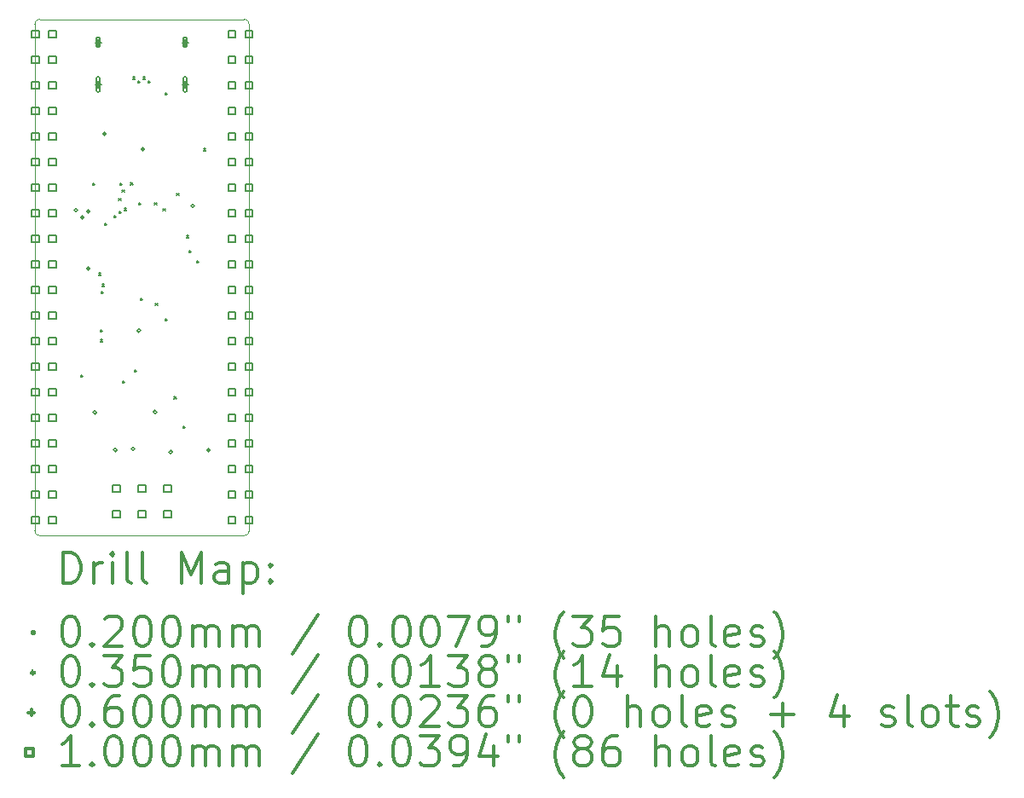
<source format=gbr>
%FSLAX45Y45*%
G04 Gerber Fmt 4.5, Leading zero omitted, Abs format (unit mm)*
G04 Created by KiCad (PCBNEW (5.1.10)-1) date 2021-09-15 22:42:11*
%MOMM*%
%LPD*%
G01*
G04 APERTURE LIST*
%TA.AperFunction,Profile*%
%ADD10C,0.050000*%
%TD*%
%ADD11C,0.200000*%
%ADD12C,0.300000*%
G04 APERTURE END LIST*
D10*
X11429000Y-10802500D02*
G75*
G02*
X11379000Y-10852500I-50000J0D01*
G01*
X9349000Y-10852500D02*
G75*
G02*
X9299000Y-10802500I0J50000D01*
G01*
X9299000Y-5772500D02*
G75*
G02*
X9349000Y-5722500I50000J0D01*
G01*
X11379000Y-5722500D02*
G75*
G02*
X11429000Y-5772500I0J-50000D01*
G01*
X11429000Y-10802500D02*
X11429000Y-5772500D01*
X9349000Y-5722500D02*
X11379000Y-5722500D01*
X9299000Y-10802500D02*
X9299000Y-5772500D01*
X9349000Y-10852500D02*
X11379000Y-10852500D01*
D11*
X9759000Y-9256100D02*
X9779000Y-9276100D01*
X9779000Y-9256100D02*
X9759000Y-9276100D01*
X9873100Y-7350800D02*
X9893100Y-7370800D01*
X9893100Y-7350800D02*
X9873100Y-7370800D01*
X9932800Y-8244400D02*
X9952800Y-8264400D01*
X9952800Y-8244400D02*
X9932800Y-8264400D01*
X9953001Y-8805500D02*
X9973001Y-8825500D01*
X9973001Y-8805500D02*
X9953001Y-8825500D01*
X9953003Y-8903497D02*
X9973003Y-8923497D01*
X9973003Y-8903497D02*
X9953003Y-8923497D01*
X9961841Y-8423359D02*
X9981841Y-8443359D01*
X9981841Y-8423359D02*
X9961841Y-8443359D01*
X9966393Y-8354100D02*
X9986393Y-8374100D01*
X9986393Y-8354100D02*
X9966393Y-8374100D01*
X9994129Y-7751271D02*
X10014129Y-7771271D01*
X10014129Y-7751271D02*
X9994129Y-7771271D01*
X10088300Y-7670500D02*
X10108300Y-7690500D01*
X10108300Y-7670500D02*
X10088300Y-7690500D01*
X10132400Y-7501600D02*
X10152400Y-7521600D01*
X10152400Y-7501600D02*
X10132400Y-7521600D01*
X10135400Y-7631200D02*
X10155400Y-7651200D01*
X10155400Y-7631200D02*
X10135400Y-7651200D01*
X10148500Y-7348600D02*
X10168500Y-7368600D01*
X10168500Y-7348600D02*
X10148500Y-7368600D01*
X10168800Y-7419000D02*
X10188800Y-7439000D01*
X10188800Y-7419000D02*
X10168800Y-7439000D01*
X10174000Y-9312500D02*
X10194000Y-9332500D01*
X10194000Y-9312500D02*
X10174000Y-9332500D01*
X10188500Y-7600000D02*
X10208500Y-7620000D01*
X10208500Y-7600000D02*
X10188500Y-7620000D01*
X10251500Y-7347000D02*
X10271500Y-7367000D01*
X10271500Y-7347000D02*
X10251500Y-7367000D01*
X10274999Y-6296700D02*
X10294999Y-6316700D01*
X10294999Y-6296700D02*
X10274999Y-6316700D01*
X10292200Y-9205000D02*
X10312200Y-9225000D01*
X10312200Y-9205000D02*
X10292200Y-9225000D01*
X10324594Y-6335266D02*
X10344594Y-6355266D01*
X10344594Y-6335266D02*
X10324594Y-6355266D01*
X10330800Y-7547400D02*
X10350800Y-7567400D01*
X10350800Y-7547400D02*
X10330800Y-7567400D01*
X10351000Y-8492500D02*
X10371000Y-8512500D01*
X10371000Y-8492500D02*
X10351000Y-8512500D01*
X10374750Y-6295430D02*
X10394750Y-6315430D01*
X10394750Y-6295430D02*
X10374750Y-6315430D01*
X10426639Y-6334227D02*
X10446639Y-6354227D01*
X10446639Y-6334227D02*
X10426639Y-6354227D01*
X10490073Y-7547873D02*
X10510073Y-7567873D01*
X10510073Y-7547873D02*
X10490073Y-7567873D01*
X10498698Y-8542903D02*
X10518698Y-8562903D01*
X10518698Y-8542903D02*
X10498698Y-8562903D01*
X10574258Y-7602142D02*
X10594258Y-7622142D01*
X10594258Y-7602142D02*
X10574258Y-7622142D01*
X10595000Y-6452000D02*
X10615000Y-6472000D01*
X10615000Y-6452000D02*
X10595000Y-6472000D01*
X10595900Y-8696700D02*
X10615900Y-8716700D01*
X10615900Y-8696700D02*
X10595900Y-8716700D01*
X10684000Y-9472500D02*
X10704000Y-9492500D01*
X10704000Y-9472500D02*
X10684000Y-9492500D01*
X10708100Y-7449900D02*
X10728100Y-7469900D01*
X10728100Y-7449900D02*
X10708100Y-7469900D01*
X10774000Y-9762500D02*
X10794000Y-9782500D01*
X10794000Y-9762500D02*
X10774000Y-9782500D01*
X10804010Y-7870230D02*
X10824010Y-7890230D01*
X10824010Y-7870230D02*
X10804010Y-7890230D01*
X10834100Y-8019700D02*
X10854100Y-8039700D01*
X10854100Y-8019700D02*
X10834100Y-8039700D01*
X10908100Y-8121300D02*
X10928100Y-8141300D01*
X10928100Y-8121300D02*
X10908100Y-8141300D01*
X10978000Y-7008500D02*
X10998000Y-7028500D01*
X10998000Y-7008500D02*
X10978000Y-7028500D01*
X9725700Y-7621300D02*
G75*
G03*
X9725700Y-7621300I-17500J0D01*
G01*
X9786500Y-7690500D02*
G75*
G03*
X9786500Y-7690500I-17500J0D01*
G01*
X9846500Y-7630500D02*
G75*
G03*
X9846500Y-7630500I-17500J0D01*
G01*
X9849800Y-8199000D02*
G75*
G03*
X9849800Y-8199000I-17500J0D01*
G01*
X9913300Y-9627750D02*
G75*
G03*
X9913300Y-9627750I-17500J0D01*
G01*
X10008550Y-6859150D02*
G75*
G03*
X10008550Y-6859150I-17500J0D01*
G01*
X10116500Y-10000500D02*
G75*
G03*
X10116500Y-10000500I-17500J0D01*
G01*
X10294300Y-9989700D02*
G75*
G03*
X10294300Y-9989700I-17500J0D01*
G01*
X10350500Y-8815504D02*
G75*
G03*
X10350500Y-8815504I-17500J0D01*
G01*
X10389550Y-7011550D02*
G75*
G03*
X10389550Y-7011550I-17500J0D01*
G01*
X10511500Y-9622500D02*
G75*
G03*
X10511500Y-9622500I-17500J0D01*
G01*
X10666500Y-10020500D02*
G75*
G03*
X10666500Y-10020500I-17500J0D01*
G01*
X10884850Y-7576700D02*
G75*
G03*
X10884850Y-7576700I-17500J0D01*
G01*
X11043600Y-10002400D02*
G75*
G03*
X11043600Y-10002400I-17500J0D01*
G01*
X9928000Y-5922500D02*
X9928000Y-5982500D01*
X9898000Y-5952500D02*
X9958000Y-5952500D01*
X9948000Y-5982500D02*
X9948000Y-5922500D01*
X9908000Y-5982500D02*
X9908000Y-5922500D01*
X9948000Y-5922500D02*
G75*
G03*
X9908000Y-5922500I-20000J0D01*
G01*
X9908000Y-5982500D02*
G75*
G03*
X9948000Y-5982500I20000J0D01*
G01*
X9928000Y-6340500D02*
X9928000Y-6400500D01*
X9898000Y-6370500D02*
X9958000Y-6370500D01*
X9948000Y-6425500D02*
X9948000Y-6315500D01*
X9908000Y-6425500D02*
X9908000Y-6315500D01*
X9948000Y-6315500D02*
G75*
G03*
X9908000Y-6315500I-20000J0D01*
G01*
X9908000Y-6425500D02*
G75*
G03*
X9948000Y-6425500I20000J0D01*
G01*
X10792000Y-5922500D02*
X10792000Y-5982500D01*
X10762000Y-5952500D02*
X10822000Y-5952500D01*
X10812000Y-5982500D02*
X10812000Y-5922500D01*
X10772000Y-5982500D02*
X10772000Y-5922500D01*
X10812000Y-5922500D02*
G75*
G03*
X10772000Y-5922500I-20000J0D01*
G01*
X10772000Y-5982500D02*
G75*
G03*
X10812000Y-5982500I20000J0D01*
G01*
X10792000Y-6340500D02*
X10792000Y-6400500D01*
X10762000Y-6370500D02*
X10822000Y-6370500D01*
X10812000Y-6425500D02*
X10812000Y-6315500D01*
X10772000Y-6425500D02*
X10772000Y-6315500D01*
X10812000Y-6315500D02*
G75*
G03*
X10772000Y-6315500I-20000J0D01*
G01*
X10772000Y-6425500D02*
G75*
G03*
X10812000Y-6425500I20000J0D01*
G01*
X9339356Y-9209856D02*
X9339356Y-9139144D01*
X9268644Y-9139144D01*
X9268644Y-9209856D01*
X9339356Y-9209856D01*
X9340356Y-5907856D02*
X9340356Y-5837144D01*
X9269644Y-5837144D01*
X9269644Y-5907856D01*
X9340356Y-5907856D01*
X9340356Y-6160856D02*
X9340356Y-6090144D01*
X9269644Y-6090144D01*
X9269644Y-6160856D01*
X9340356Y-6160856D01*
X9340356Y-6415856D02*
X9340356Y-6345144D01*
X9269644Y-6345144D01*
X9269644Y-6415856D01*
X9340356Y-6415856D01*
X9340356Y-6668856D02*
X9340356Y-6598144D01*
X9269644Y-6598144D01*
X9269644Y-6668856D01*
X9340356Y-6668856D01*
X9340356Y-6923856D02*
X9340356Y-6853144D01*
X9269644Y-6853144D01*
X9269644Y-6923856D01*
X9340356Y-6923856D01*
X9340356Y-7177856D02*
X9340356Y-7107144D01*
X9269644Y-7107144D01*
X9269644Y-7177856D01*
X9340356Y-7177856D01*
X9340356Y-7431856D02*
X9340356Y-7361144D01*
X9269644Y-7361144D01*
X9269644Y-7431856D01*
X9340356Y-7431856D01*
X9340356Y-7685856D02*
X9340356Y-7615144D01*
X9269644Y-7615144D01*
X9269644Y-7685856D01*
X9340356Y-7685856D01*
X9340356Y-8193856D02*
X9340356Y-8123144D01*
X9269644Y-8123144D01*
X9269644Y-8193856D01*
X9340356Y-8193856D01*
X9340356Y-8447856D02*
X9340356Y-8377144D01*
X9269644Y-8377144D01*
X9269644Y-8447856D01*
X9340356Y-8447856D01*
X9340356Y-8701856D02*
X9340356Y-8631144D01*
X9269644Y-8631144D01*
X9269644Y-8701856D01*
X9340356Y-8701856D01*
X9340356Y-8955856D02*
X9340356Y-8885144D01*
X9269644Y-8885144D01*
X9269644Y-8955856D01*
X9340356Y-8955856D01*
X9340356Y-9463856D02*
X9340356Y-9393144D01*
X9269644Y-9393144D01*
X9269644Y-9463856D01*
X9340356Y-9463856D01*
X9340356Y-9717856D02*
X9340356Y-9647144D01*
X9269644Y-9647144D01*
X9269644Y-9717856D01*
X9340356Y-9717856D01*
X9340356Y-9971856D02*
X9340356Y-9901144D01*
X9269644Y-9901144D01*
X9269644Y-9971856D01*
X9340356Y-9971856D01*
X9340356Y-10225856D02*
X9340356Y-10155144D01*
X9269644Y-10155144D01*
X9269644Y-10225856D01*
X9340356Y-10225856D01*
X9340356Y-10479856D02*
X9340356Y-10409144D01*
X9269644Y-10409144D01*
X9269644Y-10479856D01*
X9340356Y-10479856D01*
X9340356Y-10733856D02*
X9340356Y-10663144D01*
X9269644Y-10663144D01*
X9269644Y-10733856D01*
X9340356Y-10733856D01*
X9341356Y-7939856D02*
X9341356Y-7869144D01*
X9270644Y-7869144D01*
X9270644Y-7939856D01*
X9341356Y-7939856D01*
X9510356Y-5907856D02*
X9510356Y-5837144D01*
X9439644Y-5837144D01*
X9439644Y-5907856D01*
X9510356Y-5907856D01*
X9510356Y-6161856D02*
X9510356Y-6091144D01*
X9439644Y-6091144D01*
X9439644Y-6161856D01*
X9510356Y-6161856D01*
X9510356Y-6415856D02*
X9510356Y-6345144D01*
X9439644Y-6345144D01*
X9439644Y-6415856D01*
X9510356Y-6415856D01*
X9510356Y-6669856D02*
X9510356Y-6599144D01*
X9439644Y-6599144D01*
X9439644Y-6669856D01*
X9510356Y-6669856D01*
X9510356Y-6923856D02*
X9510356Y-6853144D01*
X9439644Y-6853144D01*
X9439644Y-6923856D01*
X9510356Y-6923856D01*
X9510356Y-7177856D02*
X9510356Y-7107144D01*
X9439644Y-7107144D01*
X9439644Y-7177856D01*
X9510356Y-7177856D01*
X9510356Y-7431856D02*
X9510356Y-7361144D01*
X9439644Y-7361144D01*
X9439644Y-7431856D01*
X9510356Y-7431856D01*
X9510356Y-7685856D02*
X9510356Y-7615144D01*
X9439644Y-7615144D01*
X9439644Y-7685856D01*
X9510356Y-7685856D01*
X9510356Y-7939856D02*
X9510356Y-7869144D01*
X9439644Y-7869144D01*
X9439644Y-7939856D01*
X9510356Y-7939856D01*
X9510356Y-8193856D02*
X9510356Y-8123144D01*
X9439644Y-8123144D01*
X9439644Y-8193856D01*
X9510356Y-8193856D01*
X9510356Y-8447856D02*
X9510356Y-8377144D01*
X9439644Y-8377144D01*
X9439644Y-8447856D01*
X9510356Y-8447856D01*
X9510356Y-8701856D02*
X9510356Y-8631144D01*
X9439644Y-8631144D01*
X9439644Y-8701856D01*
X9510356Y-8701856D01*
X9510356Y-8955856D02*
X9510356Y-8885144D01*
X9439644Y-8885144D01*
X9439644Y-8955856D01*
X9510356Y-8955856D01*
X9510356Y-9209856D02*
X9510356Y-9139144D01*
X9439644Y-9139144D01*
X9439644Y-9209856D01*
X9510356Y-9209856D01*
X9510356Y-9463856D02*
X9510356Y-9393144D01*
X9439644Y-9393144D01*
X9439644Y-9463856D01*
X9510356Y-9463856D01*
X9510356Y-9717856D02*
X9510356Y-9647144D01*
X9439644Y-9647144D01*
X9439644Y-9717856D01*
X9510356Y-9717856D01*
X9510356Y-9971856D02*
X9510356Y-9901144D01*
X9439644Y-9901144D01*
X9439644Y-9971856D01*
X9510356Y-9971856D01*
X9510356Y-10225856D02*
X9510356Y-10155144D01*
X9439644Y-10155144D01*
X9439644Y-10225856D01*
X9510356Y-10225856D01*
X9510356Y-10479856D02*
X9510356Y-10409144D01*
X9439644Y-10409144D01*
X9439644Y-10479856D01*
X9510356Y-10479856D01*
X9510356Y-10733856D02*
X9510356Y-10663144D01*
X9439644Y-10663144D01*
X9439644Y-10733856D01*
X9510356Y-10733856D01*
X10146356Y-10417856D02*
X10146356Y-10347144D01*
X10075644Y-10347144D01*
X10075644Y-10417856D01*
X10146356Y-10417856D01*
X10146356Y-10671856D02*
X10146356Y-10601144D01*
X10075644Y-10601144D01*
X10075644Y-10671856D01*
X10146356Y-10671856D01*
X10400356Y-10417856D02*
X10400356Y-10347144D01*
X10329644Y-10347144D01*
X10329644Y-10417856D01*
X10400356Y-10417856D01*
X10400356Y-10671856D02*
X10400356Y-10601144D01*
X10329644Y-10601144D01*
X10329644Y-10671856D01*
X10400356Y-10671856D01*
X10654356Y-10417856D02*
X10654356Y-10347144D01*
X10583644Y-10347144D01*
X10583644Y-10417856D01*
X10654356Y-10417856D01*
X10654356Y-10671856D02*
X10654356Y-10601144D01*
X10583644Y-10601144D01*
X10583644Y-10671856D01*
X10654356Y-10671856D01*
X11290356Y-5907856D02*
X11290356Y-5837144D01*
X11219644Y-5837144D01*
X11219644Y-5907856D01*
X11290356Y-5907856D01*
X11290356Y-6161856D02*
X11290356Y-6091144D01*
X11219644Y-6091144D01*
X11219644Y-6161856D01*
X11290356Y-6161856D01*
X11290356Y-6415856D02*
X11290356Y-6345144D01*
X11219644Y-6345144D01*
X11219644Y-6415856D01*
X11290356Y-6415856D01*
X11290356Y-6669856D02*
X11290356Y-6599144D01*
X11219644Y-6599144D01*
X11219644Y-6669856D01*
X11290356Y-6669856D01*
X11290356Y-6923856D02*
X11290356Y-6853144D01*
X11219644Y-6853144D01*
X11219644Y-6923856D01*
X11290356Y-6923856D01*
X11290356Y-7177856D02*
X11290356Y-7107144D01*
X11219644Y-7107144D01*
X11219644Y-7177856D01*
X11290356Y-7177856D01*
X11290356Y-7431856D02*
X11290356Y-7361144D01*
X11219644Y-7361144D01*
X11219644Y-7431856D01*
X11290356Y-7431856D01*
X11290356Y-7685856D02*
X11290356Y-7615144D01*
X11219644Y-7615144D01*
X11219644Y-7685856D01*
X11290356Y-7685856D01*
X11290356Y-7939856D02*
X11290356Y-7869144D01*
X11219644Y-7869144D01*
X11219644Y-7939856D01*
X11290356Y-7939856D01*
X11290356Y-8193856D02*
X11290356Y-8123144D01*
X11219644Y-8123144D01*
X11219644Y-8193856D01*
X11290356Y-8193856D01*
X11290356Y-8447856D02*
X11290356Y-8377144D01*
X11219644Y-8377144D01*
X11219644Y-8447856D01*
X11290356Y-8447856D01*
X11290356Y-8701856D02*
X11290356Y-8631144D01*
X11219644Y-8631144D01*
X11219644Y-8701856D01*
X11290356Y-8701856D01*
X11290356Y-8955856D02*
X11290356Y-8885144D01*
X11219644Y-8885144D01*
X11219644Y-8955856D01*
X11290356Y-8955856D01*
X11290356Y-9209856D02*
X11290356Y-9139144D01*
X11219644Y-9139144D01*
X11219644Y-9209856D01*
X11290356Y-9209856D01*
X11290356Y-9463856D02*
X11290356Y-9393144D01*
X11219644Y-9393144D01*
X11219644Y-9463856D01*
X11290356Y-9463856D01*
X11290356Y-9717856D02*
X11290356Y-9647144D01*
X11219644Y-9647144D01*
X11219644Y-9717856D01*
X11290356Y-9717856D01*
X11290356Y-9971856D02*
X11290356Y-9901144D01*
X11219644Y-9901144D01*
X11219644Y-9971856D01*
X11290356Y-9971856D01*
X11290356Y-10225856D02*
X11290356Y-10155144D01*
X11219644Y-10155144D01*
X11219644Y-10225856D01*
X11290356Y-10225856D01*
X11290356Y-10479856D02*
X11290356Y-10409144D01*
X11219644Y-10409144D01*
X11219644Y-10479856D01*
X11290356Y-10479856D01*
X11290356Y-10733856D02*
X11290356Y-10663144D01*
X11219644Y-10663144D01*
X11219644Y-10733856D01*
X11290356Y-10733856D01*
X11460356Y-5907856D02*
X11460356Y-5837144D01*
X11389644Y-5837144D01*
X11389644Y-5907856D01*
X11460356Y-5907856D01*
X11460356Y-6161856D02*
X11460356Y-6091144D01*
X11389644Y-6091144D01*
X11389644Y-6161856D01*
X11460356Y-6161856D01*
X11460356Y-6415856D02*
X11460356Y-6345144D01*
X11389644Y-6345144D01*
X11389644Y-6415856D01*
X11460356Y-6415856D01*
X11460356Y-6669856D02*
X11460356Y-6599144D01*
X11389644Y-6599144D01*
X11389644Y-6669856D01*
X11460356Y-6669856D01*
X11460356Y-6923856D02*
X11460356Y-6853144D01*
X11389644Y-6853144D01*
X11389644Y-6923856D01*
X11460356Y-6923856D01*
X11460356Y-7177856D02*
X11460356Y-7107144D01*
X11389644Y-7107144D01*
X11389644Y-7177856D01*
X11460356Y-7177856D01*
X11460356Y-7431856D02*
X11460356Y-7361144D01*
X11389644Y-7361144D01*
X11389644Y-7431856D01*
X11460356Y-7431856D01*
X11460356Y-7685856D02*
X11460356Y-7615144D01*
X11389644Y-7615144D01*
X11389644Y-7685856D01*
X11460356Y-7685856D01*
X11460356Y-7939856D02*
X11460356Y-7869144D01*
X11389644Y-7869144D01*
X11389644Y-7939856D01*
X11460356Y-7939856D01*
X11460356Y-8193856D02*
X11460356Y-8123144D01*
X11389644Y-8123144D01*
X11389644Y-8193856D01*
X11460356Y-8193856D01*
X11460356Y-8447856D02*
X11460356Y-8377144D01*
X11389644Y-8377144D01*
X11389644Y-8447856D01*
X11460356Y-8447856D01*
X11460356Y-8701856D02*
X11460356Y-8631144D01*
X11389644Y-8631144D01*
X11389644Y-8701856D01*
X11460356Y-8701856D01*
X11460356Y-8955856D02*
X11460356Y-8885144D01*
X11389644Y-8885144D01*
X11389644Y-8955856D01*
X11460356Y-8955856D01*
X11460356Y-9209856D02*
X11460356Y-9139144D01*
X11389644Y-9139144D01*
X11389644Y-9209856D01*
X11460356Y-9209856D01*
X11460356Y-9463856D02*
X11460356Y-9393144D01*
X11389644Y-9393144D01*
X11389644Y-9463856D01*
X11460356Y-9463856D01*
X11460356Y-9717856D02*
X11460356Y-9647144D01*
X11389644Y-9647144D01*
X11389644Y-9717856D01*
X11460356Y-9717856D01*
X11460356Y-9971856D02*
X11460356Y-9901144D01*
X11389644Y-9901144D01*
X11389644Y-9971856D01*
X11460356Y-9971856D01*
X11460356Y-10225856D02*
X11460356Y-10155144D01*
X11389644Y-10155144D01*
X11389644Y-10225856D01*
X11460356Y-10225856D01*
X11460356Y-10479856D02*
X11460356Y-10409144D01*
X11389644Y-10409144D01*
X11389644Y-10479856D01*
X11460356Y-10479856D01*
X11460356Y-10733856D02*
X11460356Y-10663144D01*
X11389644Y-10663144D01*
X11389644Y-10733856D01*
X11460356Y-10733856D01*
D12*
X9582928Y-11320714D02*
X9582928Y-11020714D01*
X9654357Y-11020714D01*
X9697214Y-11035000D01*
X9725786Y-11063572D01*
X9740071Y-11092143D01*
X9754357Y-11149286D01*
X9754357Y-11192143D01*
X9740071Y-11249286D01*
X9725786Y-11277857D01*
X9697214Y-11306429D01*
X9654357Y-11320714D01*
X9582928Y-11320714D01*
X9882928Y-11320714D02*
X9882928Y-11120714D01*
X9882928Y-11177857D02*
X9897214Y-11149286D01*
X9911500Y-11135000D01*
X9940071Y-11120714D01*
X9968643Y-11120714D01*
X10068643Y-11320714D02*
X10068643Y-11120714D01*
X10068643Y-11020714D02*
X10054357Y-11035000D01*
X10068643Y-11049286D01*
X10082928Y-11035000D01*
X10068643Y-11020714D01*
X10068643Y-11049286D01*
X10254357Y-11320714D02*
X10225786Y-11306429D01*
X10211500Y-11277857D01*
X10211500Y-11020714D01*
X10411500Y-11320714D02*
X10382928Y-11306429D01*
X10368643Y-11277857D01*
X10368643Y-11020714D01*
X10754357Y-11320714D02*
X10754357Y-11020714D01*
X10854357Y-11235000D01*
X10954357Y-11020714D01*
X10954357Y-11320714D01*
X11225786Y-11320714D02*
X11225786Y-11163572D01*
X11211500Y-11135000D01*
X11182928Y-11120714D01*
X11125786Y-11120714D01*
X11097214Y-11135000D01*
X11225786Y-11306429D02*
X11197214Y-11320714D01*
X11125786Y-11320714D01*
X11097214Y-11306429D01*
X11082928Y-11277857D01*
X11082928Y-11249286D01*
X11097214Y-11220714D01*
X11125786Y-11206429D01*
X11197214Y-11206429D01*
X11225786Y-11192143D01*
X11368643Y-11120714D02*
X11368643Y-11420714D01*
X11368643Y-11135000D02*
X11397214Y-11120714D01*
X11454357Y-11120714D01*
X11482928Y-11135000D01*
X11497214Y-11149286D01*
X11511500Y-11177857D01*
X11511500Y-11263571D01*
X11497214Y-11292143D01*
X11482928Y-11306429D01*
X11454357Y-11320714D01*
X11397214Y-11320714D01*
X11368643Y-11306429D01*
X11640071Y-11292143D02*
X11654357Y-11306429D01*
X11640071Y-11320714D01*
X11625786Y-11306429D01*
X11640071Y-11292143D01*
X11640071Y-11320714D01*
X11640071Y-11135000D02*
X11654357Y-11149286D01*
X11640071Y-11163572D01*
X11625786Y-11149286D01*
X11640071Y-11135000D01*
X11640071Y-11163572D01*
X9276500Y-11805000D02*
X9296500Y-11825000D01*
X9296500Y-11805000D02*
X9276500Y-11825000D01*
X9640071Y-11650714D02*
X9668643Y-11650714D01*
X9697214Y-11665000D01*
X9711500Y-11679286D01*
X9725786Y-11707857D01*
X9740071Y-11765000D01*
X9740071Y-11836429D01*
X9725786Y-11893571D01*
X9711500Y-11922143D01*
X9697214Y-11936429D01*
X9668643Y-11950714D01*
X9640071Y-11950714D01*
X9611500Y-11936429D01*
X9597214Y-11922143D01*
X9582928Y-11893571D01*
X9568643Y-11836429D01*
X9568643Y-11765000D01*
X9582928Y-11707857D01*
X9597214Y-11679286D01*
X9611500Y-11665000D01*
X9640071Y-11650714D01*
X9868643Y-11922143D02*
X9882928Y-11936429D01*
X9868643Y-11950714D01*
X9854357Y-11936429D01*
X9868643Y-11922143D01*
X9868643Y-11950714D01*
X9997214Y-11679286D02*
X10011500Y-11665000D01*
X10040071Y-11650714D01*
X10111500Y-11650714D01*
X10140071Y-11665000D01*
X10154357Y-11679286D01*
X10168643Y-11707857D01*
X10168643Y-11736429D01*
X10154357Y-11779286D01*
X9982928Y-11950714D01*
X10168643Y-11950714D01*
X10354357Y-11650714D02*
X10382928Y-11650714D01*
X10411500Y-11665000D01*
X10425786Y-11679286D01*
X10440071Y-11707857D01*
X10454357Y-11765000D01*
X10454357Y-11836429D01*
X10440071Y-11893571D01*
X10425786Y-11922143D01*
X10411500Y-11936429D01*
X10382928Y-11950714D01*
X10354357Y-11950714D01*
X10325786Y-11936429D01*
X10311500Y-11922143D01*
X10297214Y-11893571D01*
X10282928Y-11836429D01*
X10282928Y-11765000D01*
X10297214Y-11707857D01*
X10311500Y-11679286D01*
X10325786Y-11665000D01*
X10354357Y-11650714D01*
X10640071Y-11650714D02*
X10668643Y-11650714D01*
X10697214Y-11665000D01*
X10711500Y-11679286D01*
X10725786Y-11707857D01*
X10740071Y-11765000D01*
X10740071Y-11836429D01*
X10725786Y-11893571D01*
X10711500Y-11922143D01*
X10697214Y-11936429D01*
X10668643Y-11950714D01*
X10640071Y-11950714D01*
X10611500Y-11936429D01*
X10597214Y-11922143D01*
X10582928Y-11893571D01*
X10568643Y-11836429D01*
X10568643Y-11765000D01*
X10582928Y-11707857D01*
X10597214Y-11679286D01*
X10611500Y-11665000D01*
X10640071Y-11650714D01*
X10868643Y-11950714D02*
X10868643Y-11750714D01*
X10868643Y-11779286D02*
X10882928Y-11765000D01*
X10911500Y-11750714D01*
X10954357Y-11750714D01*
X10982928Y-11765000D01*
X10997214Y-11793571D01*
X10997214Y-11950714D01*
X10997214Y-11793571D02*
X11011500Y-11765000D01*
X11040071Y-11750714D01*
X11082928Y-11750714D01*
X11111500Y-11765000D01*
X11125786Y-11793571D01*
X11125786Y-11950714D01*
X11268643Y-11950714D02*
X11268643Y-11750714D01*
X11268643Y-11779286D02*
X11282928Y-11765000D01*
X11311500Y-11750714D01*
X11354357Y-11750714D01*
X11382928Y-11765000D01*
X11397214Y-11793571D01*
X11397214Y-11950714D01*
X11397214Y-11793571D02*
X11411500Y-11765000D01*
X11440071Y-11750714D01*
X11482928Y-11750714D01*
X11511500Y-11765000D01*
X11525786Y-11793571D01*
X11525786Y-11950714D01*
X12111500Y-11636429D02*
X11854357Y-12022143D01*
X12497214Y-11650714D02*
X12525786Y-11650714D01*
X12554357Y-11665000D01*
X12568643Y-11679286D01*
X12582928Y-11707857D01*
X12597214Y-11765000D01*
X12597214Y-11836429D01*
X12582928Y-11893571D01*
X12568643Y-11922143D01*
X12554357Y-11936429D01*
X12525786Y-11950714D01*
X12497214Y-11950714D01*
X12468643Y-11936429D01*
X12454357Y-11922143D01*
X12440071Y-11893571D01*
X12425786Y-11836429D01*
X12425786Y-11765000D01*
X12440071Y-11707857D01*
X12454357Y-11679286D01*
X12468643Y-11665000D01*
X12497214Y-11650714D01*
X12725786Y-11922143D02*
X12740071Y-11936429D01*
X12725786Y-11950714D01*
X12711500Y-11936429D01*
X12725786Y-11922143D01*
X12725786Y-11950714D01*
X12925786Y-11650714D02*
X12954357Y-11650714D01*
X12982928Y-11665000D01*
X12997214Y-11679286D01*
X13011500Y-11707857D01*
X13025786Y-11765000D01*
X13025786Y-11836429D01*
X13011500Y-11893571D01*
X12997214Y-11922143D01*
X12982928Y-11936429D01*
X12954357Y-11950714D01*
X12925786Y-11950714D01*
X12897214Y-11936429D01*
X12882928Y-11922143D01*
X12868643Y-11893571D01*
X12854357Y-11836429D01*
X12854357Y-11765000D01*
X12868643Y-11707857D01*
X12882928Y-11679286D01*
X12897214Y-11665000D01*
X12925786Y-11650714D01*
X13211500Y-11650714D02*
X13240071Y-11650714D01*
X13268643Y-11665000D01*
X13282928Y-11679286D01*
X13297214Y-11707857D01*
X13311500Y-11765000D01*
X13311500Y-11836429D01*
X13297214Y-11893571D01*
X13282928Y-11922143D01*
X13268643Y-11936429D01*
X13240071Y-11950714D01*
X13211500Y-11950714D01*
X13182928Y-11936429D01*
X13168643Y-11922143D01*
X13154357Y-11893571D01*
X13140071Y-11836429D01*
X13140071Y-11765000D01*
X13154357Y-11707857D01*
X13168643Y-11679286D01*
X13182928Y-11665000D01*
X13211500Y-11650714D01*
X13411500Y-11650714D02*
X13611500Y-11650714D01*
X13482928Y-11950714D01*
X13740071Y-11950714D02*
X13797214Y-11950714D01*
X13825786Y-11936429D01*
X13840071Y-11922143D01*
X13868643Y-11879286D01*
X13882928Y-11822143D01*
X13882928Y-11707857D01*
X13868643Y-11679286D01*
X13854357Y-11665000D01*
X13825786Y-11650714D01*
X13768643Y-11650714D01*
X13740071Y-11665000D01*
X13725786Y-11679286D01*
X13711500Y-11707857D01*
X13711500Y-11779286D01*
X13725786Y-11807857D01*
X13740071Y-11822143D01*
X13768643Y-11836429D01*
X13825786Y-11836429D01*
X13854357Y-11822143D01*
X13868643Y-11807857D01*
X13882928Y-11779286D01*
X13997214Y-11650714D02*
X13997214Y-11707857D01*
X14111500Y-11650714D02*
X14111500Y-11707857D01*
X14554357Y-12065000D02*
X14540071Y-12050714D01*
X14511500Y-12007857D01*
X14497214Y-11979286D01*
X14482928Y-11936429D01*
X14468643Y-11865000D01*
X14468643Y-11807857D01*
X14482928Y-11736429D01*
X14497214Y-11693571D01*
X14511500Y-11665000D01*
X14540071Y-11622143D01*
X14554357Y-11607857D01*
X14640071Y-11650714D02*
X14825786Y-11650714D01*
X14725786Y-11765000D01*
X14768643Y-11765000D01*
X14797214Y-11779286D01*
X14811500Y-11793571D01*
X14825786Y-11822143D01*
X14825786Y-11893571D01*
X14811500Y-11922143D01*
X14797214Y-11936429D01*
X14768643Y-11950714D01*
X14682928Y-11950714D01*
X14654357Y-11936429D01*
X14640071Y-11922143D01*
X15097214Y-11650714D02*
X14954357Y-11650714D01*
X14940071Y-11793571D01*
X14954357Y-11779286D01*
X14982928Y-11765000D01*
X15054357Y-11765000D01*
X15082928Y-11779286D01*
X15097214Y-11793571D01*
X15111500Y-11822143D01*
X15111500Y-11893571D01*
X15097214Y-11922143D01*
X15082928Y-11936429D01*
X15054357Y-11950714D01*
X14982928Y-11950714D01*
X14954357Y-11936429D01*
X14940071Y-11922143D01*
X15468643Y-11950714D02*
X15468643Y-11650714D01*
X15597214Y-11950714D02*
X15597214Y-11793571D01*
X15582928Y-11765000D01*
X15554357Y-11750714D01*
X15511500Y-11750714D01*
X15482928Y-11765000D01*
X15468643Y-11779286D01*
X15782928Y-11950714D02*
X15754357Y-11936429D01*
X15740071Y-11922143D01*
X15725786Y-11893571D01*
X15725786Y-11807857D01*
X15740071Y-11779286D01*
X15754357Y-11765000D01*
X15782928Y-11750714D01*
X15825786Y-11750714D01*
X15854357Y-11765000D01*
X15868643Y-11779286D01*
X15882928Y-11807857D01*
X15882928Y-11893571D01*
X15868643Y-11922143D01*
X15854357Y-11936429D01*
X15825786Y-11950714D01*
X15782928Y-11950714D01*
X16054357Y-11950714D02*
X16025786Y-11936429D01*
X16011500Y-11907857D01*
X16011500Y-11650714D01*
X16282928Y-11936429D02*
X16254357Y-11950714D01*
X16197214Y-11950714D01*
X16168643Y-11936429D01*
X16154357Y-11907857D01*
X16154357Y-11793571D01*
X16168643Y-11765000D01*
X16197214Y-11750714D01*
X16254357Y-11750714D01*
X16282928Y-11765000D01*
X16297214Y-11793571D01*
X16297214Y-11822143D01*
X16154357Y-11850714D01*
X16411500Y-11936429D02*
X16440071Y-11950714D01*
X16497214Y-11950714D01*
X16525786Y-11936429D01*
X16540071Y-11907857D01*
X16540071Y-11893571D01*
X16525786Y-11865000D01*
X16497214Y-11850714D01*
X16454357Y-11850714D01*
X16425786Y-11836429D01*
X16411500Y-11807857D01*
X16411500Y-11793571D01*
X16425786Y-11765000D01*
X16454357Y-11750714D01*
X16497214Y-11750714D01*
X16525786Y-11765000D01*
X16640071Y-12065000D02*
X16654357Y-12050714D01*
X16682928Y-12007857D01*
X16697214Y-11979286D01*
X16711500Y-11936429D01*
X16725786Y-11865000D01*
X16725786Y-11807857D01*
X16711500Y-11736429D01*
X16697214Y-11693571D01*
X16682928Y-11665000D01*
X16654357Y-11622143D01*
X16640071Y-11607857D01*
X9296500Y-12211000D02*
G75*
G03*
X9296500Y-12211000I-17500J0D01*
G01*
X9640071Y-12046714D02*
X9668643Y-12046714D01*
X9697214Y-12061000D01*
X9711500Y-12075286D01*
X9725786Y-12103857D01*
X9740071Y-12161000D01*
X9740071Y-12232429D01*
X9725786Y-12289571D01*
X9711500Y-12318143D01*
X9697214Y-12332429D01*
X9668643Y-12346714D01*
X9640071Y-12346714D01*
X9611500Y-12332429D01*
X9597214Y-12318143D01*
X9582928Y-12289571D01*
X9568643Y-12232429D01*
X9568643Y-12161000D01*
X9582928Y-12103857D01*
X9597214Y-12075286D01*
X9611500Y-12061000D01*
X9640071Y-12046714D01*
X9868643Y-12318143D02*
X9882928Y-12332429D01*
X9868643Y-12346714D01*
X9854357Y-12332429D01*
X9868643Y-12318143D01*
X9868643Y-12346714D01*
X9982928Y-12046714D02*
X10168643Y-12046714D01*
X10068643Y-12161000D01*
X10111500Y-12161000D01*
X10140071Y-12175286D01*
X10154357Y-12189571D01*
X10168643Y-12218143D01*
X10168643Y-12289571D01*
X10154357Y-12318143D01*
X10140071Y-12332429D01*
X10111500Y-12346714D01*
X10025786Y-12346714D01*
X9997214Y-12332429D01*
X9982928Y-12318143D01*
X10440071Y-12046714D02*
X10297214Y-12046714D01*
X10282928Y-12189571D01*
X10297214Y-12175286D01*
X10325786Y-12161000D01*
X10397214Y-12161000D01*
X10425786Y-12175286D01*
X10440071Y-12189571D01*
X10454357Y-12218143D01*
X10454357Y-12289571D01*
X10440071Y-12318143D01*
X10425786Y-12332429D01*
X10397214Y-12346714D01*
X10325786Y-12346714D01*
X10297214Y-12332429D01*
X10282928Y-12318143D01*
X10640071Y-12046714D02*
X10668643Y-12046714D01*
X10697214Y-12061000D01*
X10711500Y-12075286D01*
X10725786Y-12103857D01*
X10740071Y-12161000D01*
X10740071Y-12232429D01*
X10725786Y-12289571D01*
X10711500Y-12318143D01*
X10697214Y-12332429D01*
X10668643Y-12346714D01*
X10640071Y-12346714D01*
X10611500Y-12332429D01*
X10597214Y-12318143D01*
X10582928Y-12289571D01*
X10568643Y-12232429D01*
X10568643Y-12161000D01*
X10582928Y-12103857D01*
X10597214Y-12075286D01*
X10611500Y-12061000D01*
X10640071Y-12046714D01*
X10868643Y-12346714D02*
X10868643Y-12146714D01*
X10868643Y-12175286D02*
X10882928Y-12161000D01*
X10911500Y-12146714D01*
X10954357Y-12146714D01*
X10982928Y-12161000D01*
X10997214Y-12189571D01*
X10997214Y-12346714D01*
X10997214Y-12189571D02*
X11011500Y-12161000D01*
X11040071Y-12146714D01*
X11082928Y-12146714D01*
X11111500Y-12161000D01*
X11125786Y-12189571D01*
X11125786Y-12346714D01*
X11268643Y-12346714D02*
X11268643Y-12146714D01*
X11268643Y-12175286D02*
X11282928Y-12161000D01*
X11311500Y-12146714D01*
X11354357Y-12146714D01*
X11382928Y-12161000D01*
X11397214Y-12189571D01*
X11397214Y-12346714D01*
X11397214Y-12189571D02*
X11411500Y-12161000D01*
X11440071Y-12146714D01*
X11482928Y-12146714D01*
X11511500Y-12161000D01*
X11525786Y-12189571D01*
X11525786Y-12346714D01*
X12111500Y-12032429D02*
X11854357Y-12418143D01*
X12497214Y-12046714D02*
X12525786Y-12046714D01*
X12554357Y-12061000D01*
X12568643Y-12075286D01*
X12582928Y-12103857D01*
X12597214Y-12161000D01*
X12597214Y-12232429D01*
X12582928Y-12289571D01*
X12568643Y-12318143D01*
X12554357Y-12332429D01*
X12525786Y-12346714D01*
X12497214Y-12346714D01*
X12468643Y-12332429D01*
X12454357Y-12318143D01*
X12440071Y-12289571D01*
X12425786Y-12232429D01*
X12425786Y-12161000D01*
X12440071Y-12103857D01*
X12454357Y-12075286D01*
X12468643Y-12061000D01*
X12497214Y-12046714D01*
X12725786Y-12318143D02*
X12740071Y-12332429D01*
X12725786Y-12346714D01*
X12711500Y-12332429D01*
X12725786Y-12318143D01*
X12725786Y-12346714D01*
X12925786Y-12046714D02*
X12954357Y-12046714D01*
X12982928Y-12061000D01*
X12997214Y-12075286D01*
X13011500Y-12103857D01*
X13025786Y-12161000D01*
X13025786Y-12232429D01*
X13011500Y-12289571D01*
X12997214Y-12318143D01*
X12982928Y-12332429D01*
X12954357Y-12346714D01*
X12925786Y-12346714D01*
X12897214Y-12332429D01*
X12882928Y-12318143D01*
X12868643Y-12289571D01*
X12854357Y-12232429D01*
X12854357Y-12161000D01*
X12868643Y-12103857D01*
X12882928Y-12075286D01*
X12897214Y-12061000D01*
X12925786Y-12046714D01*
X13311500Y-12346714D02*
X13140071Y-12346714D01*
X13225786Y-12346714D02*
X13225786Y-12046714D01*
X13197214Y-12089571D01*
X13168643Y-12118143D01*
X13140071Y-12132429D01*
X13411500Y-12046714D02*
X13597214Y-12046714D01*
X13497214Y-12161000D01*
X13540071Y-12161000D01*
X13568643Y-12175286D01*
X13582928Y-12189571D01*
X13597214Y-12218143D01*
X13597214Y-12289571D01*
X13582928Y-12318143D01*
X13568643Y-12332429D01*
X13540071Y-12346714D01*
X13454357Y-12346714D01*
X13425786Y-12332429D01*
X13411500Y-12318143D01*
X13768643Y-12175286D02*
X13740071Y-12161000D01*
X13725786Y-12146714D01*
X13711500Y-12118143D01*
X13711500Y-12103857D01*
X13725786Y-12075286D01*
X13740071Y-12061000D01*
X13768643Y-12046714D01*
X13825786Y-12046714D01*
X13854357Y-12061000D01*
X13868643Y-12075286D01*
X13882928Y-12103857D01*
X13882928Y-12118143D01*
X13868643Y-12146714D01*
X13854357Y-12161000D01*
X13825786Y-12175286D01*
X13768643Y-12175286D01*
X13740071Y-12189571D01*
X13725786Y-12203857D01*
X13711500Y-12232429D01*
X13711500Y-12289571D01*
X13725786Y-12318143D01*
X13740071Y-12332429D01*
X13768643Y-12346714D01*
X13825786Y-12346714D01*
X13854357Y-12332429D01*
X13868643Y-12318143D01*
X13882928Y-12289571D01*
X13882928Y-12232429D01*
X13868643Y-12203857D01*
X13854357Y-12189571D01*
X13825786Y-12175286D01*
X13997214Y-12046714D02*
X13997214Y-12103857D01*
X14111500Y-12046714D02*
X14111500Y-12103857D01*
X14554357Y-12461000D02*
X14540071Y-12446714D01*
X14511500Y-12403857D01*
X14497214Y-12375286D01*
X14482928Y-12332429D01*
X14468643Y-12261000D01*
X14468643Y-12203857D01*
X14482928Y-12132429D01*
X14497214Y-12089571D01*
X14511500Y-12061000D01*
X14540071Y-12018143D01*
X14554357Y-12003857D01*
X14825786Y-12346714D02*
X14654357Y-12346714D01*
X14740071Y-12346714D02*
X14740071Y-12046714D01*
X14711500Y-12089571D01*
X14682928Y-12118143D01*
X14654357Y-12132429D01*
X15082928Y-12146714D02*
X15082928Y-12346714D01*
X15011500Y-12032429D02*
X14940071Y-12246714D01*
X15125786Y-12246714D01*
X15468643Y-12346714D02*
X15468643Y-12046714D01*
X15597214Y-12346714D02*
X15597214Y-12189571D01*
X15582928Y-12161000D01*
X15554357Y-12146714D01*
X15511500Y-12146714D01*
X15482928Y-12161000D01*
X15468643Y-12175286D01*
X15782928Y-12346714D02*
X15754357Y-12332429D01*
X15740071Y-12318143D01*
X15725786Y-12289571D01*
X15725786Y-12203857D01*
X15740071Y-12175286D01*
X15754357Y-12161000D01*
X15782928Y-12146714D01*
X15825786Y-12146714D01*
X15854357Y-12161000D01*
X15868643Y-12175286D01*
X15882928Y-12203857D01*
X15882928Y-12289571D01*
X15868643Y-12318143D01*
X15854357Y-12332429D01*
X15825786Y-12346714D01*
X15782928Y-12346714D01*
X16054357Y-12346714D02*
X16025786Y-12332429D01*
X16011500Y-12303857D01*
X16011500Y-12046714D01*
X16282928Y-12332429D02*
X16254357Y-12346714D01*
X16197214Y-12346714D01*
X16168643Y-12332429D01*
X16154357Y-12303857D01*
X16154357Y-12189571D01*
X16168643Y-12161000D01*
X16197214Y-12146714D01*
X16254357Y-12146714D01*
X16282928Y-12161000D01*
X16297214Y-12189571D01*
X16297214Y-12218143D01*
X16154357Y-12246714D01*
X16411500Y-12332429D02*
X16440071Y-12346714D01*
X16497214Y-12346714D01*
X16525786Y-12332429D01*
X16540071Y-12303857D01*
X16540071Y-12289571D01*
X16525786Y-12261000D01*
X16497214Y-12246714D01*
X16454357Y-12246714D01*
X16425786Y-12232429D01*
X16411500Y-12203857D01*
X16411500Y-12189571D01*
X16425786Y-12161000D01*
X16454357Y-12146714D01*
X16497214Y-12146714D01*
X16525786Y-12161000D01*
X16640071Y-12461000D02*
X16654357Y-12446714D01*
X16682928Y-12403857D01*
X16697214Y-12375286D01*
X16711500Y-12332429D01*
X16725786Y-12261000D01*
X16725786Y-12203857D01*
X16711500Y-12132429D01*
X16697214Y-12089571D01*
X16682928Y-12061000D01*
X16654357Y-12018143D01*
X16640071Y-12003857D01*
X9266500Y-12577000D02*
X9266500Y-12637000D01*
X9236500Y-12607000D02*
X9296500Y-12607000D01*
X9640071Y-12442714D02*
X9668643Y-12442714D01*
X9697214Y-12457000D01*
X9711500Y-12471286D01*
X9725786Y-12499857D01*
X9740071Y-12557000D01*
X9740071Y-12628429D01*
X9725786Y-12685571D01*
X9711500Y-12714143D01*
X9697214Y-12728429D01*
X9668643Y-12742714D01*
X9640071Y-12742714D01*
X9611500Y-12728429D01*
X9597214Y-12714143D01*
X9582928Y-12685571D01*
X9568643Y-12628429D01*
X9568643Y-12557000D01*
X9582928Y-12499857D01*
X9597214Y-12471286D01*
X9611500Y-12457000D01*
X9640071Y-12442714D01*
X9868643Y-12714143D02*
X9882928Y-12728429D01*
X9868643Y-12742714D01*
X9854357Y-12728429D01*
X9868643Y-12714143D01*
X9868643Y-12742714D01*
X10140071Y-12442714D02*
X10082928Y-12442714D01*
X10054357Y-12457000D01*
X10040071Y-12471286D01*
X10011500Y-12514143D01*
X9997214Y-12571286D01*
X9997214Y-12685571D01*
X10011500Y-12714143D01*
X10025786Y-12728429D01*
X10054357Y-12742714D01*
X10111500Y-12742714D01*
X10140071Y-12728429D01*
X10154357Y-12714143D01*
X10168643Y-12685571D01*
X10168643Y-12614143D01*
X10154357Y-12585571D01*
X10140071Y-12571286D01*
X10111500Y-12557000D01*
X10054357Y-12557000D01*
X10025786Y-12571286D01*
X10011500Y-12585571D01*
X9997214Y-12614143D01*
X10354357Y-12442714D02*
X10382928Y-12442714D01*
X10411500Y-12457000D01*
X10425786Y-12471286D01*
X10440071Y-12499857D01*
X10454357Y-12557000D01*
X10454357Y-12628429D01*
X10440071Y-12685571D01*
X10425786Y-12714143D01*
X10411500Y-12728429D01*
X10382928Y-12742714D01*
X10354357Y-12742714D01*
X10325786Y-12728429D01*
X10311500Y-12714143D01*
X10297214Y-12685571D01*
X10282928Y-12628429D01*
X10282928Y-12557000D01*
X10297214Y-12499857D01*
X10311500Y-12471286D01*
X10325786Y-12457000D01*
X10354357Y-12442714D01*
X10640071Y-12442714D02*
X10668643Y-12442714D01*
X10697214Y-12457000D01*
X10711500Y-12471286D01*
X10725786Y-12499857D01*
X10740071Y-12557000D01*
X10740071Y-12628429D01*
X10725786Y-12685571D01*
X10711500Y-12714143D01*
X10697214Y-12728429D01*
X10668643Y-12742714D01*
X10640071Y-12742714D01*
X10611500Y-12728429D01*
X10597214Y-12714143D01*
X10582928Y-12685571D01*
X10568643Y-12628429D01*
X10568643Y-12557000D01*
X10582928Y-12499857D01*
X10597214Y-12471286D01*
X10611500Y-12457000D01*
X10640071Y-12442714D01*
X10868643Y-12742714D02*
X10868643Y-12542714D01*
X10868643Y-12571286D02*
X10882928Y-12557000D01*
X10911500Y-12542714D01*
X10954357Y-12542714D01*
X10982928Y-12557000D01*
X10997214Y-12585571D01*
X10997214Y-12742714D01*
X10997214Y-12585571D02*
X11011500Y-12557000D01*
X11040071Y-12542714D01*
X11082928Y-12542714D01*
X11111500Y-12557000D01*
X11125786Y-12585571D01*
X11125786Y-12742714D01*
X11268643Y-12742714D02*
X11268643Y-12542714D01*
X11268643Y-12571286D02*
X11282928Y-12557000D01*
X11311500Y-12542714D01*
X11354357Y-12542714D01*
X11382928Y-12557000D01*
X11397214Y-12585571D01*
X11397214Y-12742714D01*
X11397214Y-12585571D02*
X11411500Y-12557000D01*
X11440071Y-12542714D01*
X11482928Y-12542714D01*
X11511500Y-12557000D01*
X11525786Y-12585571D01*
X11525786Y-12742714D01*
X12111500Y-12428429D02*
X11854357Y-12814143D01*
X12497214Y-12442714D02*
X12525786Y-12442714D01*
X12554357Y-12457000D01*
X12568643Y-12471286D01*
X12582928Y-12499857D01*
X12597214Y-12557000D01*
X12597214Y-12628429D01*
X12582928Y-12685571D01*
X12568643Y-12714143D01*
X12554357Y-12728429D01*
X12525786Y-12742714D01*
X12497214Y-12742714D01*
X12468643Y-12728429D01*
X12454357Y-12714143D01*
X12440071Y-12685571D01*
X12425786Y-12628429D01*
X12425786Y-12557000D01*
X12440071Y-12499857D01*
X12454357Y-12471286D01*
X12468643Y-12457000D01*
X12497214Y-12442714D01*
X12725786Y-12714143D02*
X12740071Y-12728429D01*
X12725786Y-12742714D01*
X12711500Y-12728429D01*
X12725786Y-12714143D01*
X12725786Y-12742714D01*
X12925786Y-12442714D02*
X12954357Y-12442714D01*
X12982928Y-12457000D01*
X12997214Y-12471286D01*
X13011500Y-12499857D01*
X13025786Y-12557000D01*
X13025786Y-12628429D01*
X13011500Y-12685571D01*
X12997214Y-12714143D01*
X12982928Y-12728429D01*
X12954357Y-12742714D01*
X12925786Y-12742714D01*
X12897214Y-12728429D01*
X12882928Y-12714143D01*
X12868643Y-12685571D01*
X12854357Y-12628429D01*
X12854357Y-12557000D01*
X12868643Y-12499857D01*
X12882928Y-12471286D01*
X12897214Y-12457000D01*
X12925786Y-12442714D01*
X13140071Y-12471286D02*
X13154357Y-12457000D01*
X13182928Y-12442714D01*
X13254357Y-12442714D01*
X13282928Y-12457000D01*
X13297214Y-12471286D01*
X13311500Y-12499857D01*
X13311500Y-12528429D01*
X13297214Y-12571286D01*
X13125786Y-12742714D01*
X13311500Y-12742714D01*
X13411500Y-12442714D02*
X13597214Y-12442714D01*
X13497214Y-12557000D01*
X13540071Y-12557000D01*
X13568643Y-12571286D01*
X13582928Y-12585571D01*
X13597214Y-12614143D01*
X13597214Y-12685571D01*
X13582928Y-12714143D01*
X13568643Y-12728429D01*
X13540071Y-12742714D01*
X13454357Y-12742714D01*
X13425786Y-12728429D01*
X13411500Y-12714143D01*
X13854357Y-12442714D02*
X13797214Y-12442714D01*
X13768643Y-12457000D01*
X13754357Y-12471286D01*
X13725786Y-12514143D01*
X13711500Y-12571286D01*
X13711500Y-12685571D01*
X13725786Y-12714143D01*
X13740071Y-12728429D01*
X13768643Y-12742714D01*
X13825786Y-12742714D01*
X13854357Y-12728429D01*
X13868643Y-12714143D01*
X13882928Y-12685571D01*
X13882928Y-12614143D01*
X13868643Y-12585571D01*
X13854357Y-12571286D01*
X13825786Y-12557000D01*
X13768643Y-12557000D01*
X13740071Y-12571286D01*
X13725786Y-12585571D01*
X13711500Y-12614143D01*
X13997214Y-12442714D02*
X13997214Y-12499857D01*
X14111500Y-12442714D02*
X14111500Y-12499857D01*
X14554357Y-12857000D02*
X14540071Y-12842714D01*
X14511500Y-12799857D01*
X14497214Y-12771286D01*
X14482928Y-12728429D01*
X14468643Y-12657000D01*
X14468643Y-12599857D01*
X14482928Y-12528429D01*
X14497214Y-12485571D01*
X14511500Y-12457000D01*
X14540071Y-12414143D01*
X14554357Y-12399857D01*
X14725786Y-12442714D02*
X14754357Y-12442714D01*
X14782928Y-12457000D01*
X14797214Y-12471286D01*
X14811500Y-12499857D01*
X14825786Y-12557000D01*
X14825786Y-12628429D01*
X14811500Y-12685571D01*
X14797214Y-12714143D01*
X14782928Y-12728429D01*
X14754357Y-12742714D01*
X14725786Y-12742714D01*
X14697214Y-12728429D01*
X14682928Y-12714143D01*
X14668643Y-12685571D01*
X14654357Y-12628429D01*
X14654357Y-12557000D01*
X14668643Y-12499857D01*
X14682928Y-12471286D01*
X14697214Y-12457000D01*
X14725786Y-12442714D01*
X15182928Y-12742714D02*
X15182928Y-12442714D01*
X15311500Y-12742714D02*
X15311500Y-12585571D01*
X15297214Y-12557000D01*
X15268643Y-12542714D01*
X15225786Y-12542714D01*
X15197214Y-12557000D01*
X15182928Y-12571286D01*
X15497214Y-12742714D02*
X15468643Y-12728429D01*
X15454357Y-12714143D01*
X15440071Y-12685571D01*
X15440071Y-12599857D01*
X15454357Y-12571286D01*
X15468643Y-12557000D01*
X15497214Y-12542714D01*
X15540071Y-12542714D01*
X15568643Y-12557000D01*
X15582928Y-12571286D01*
X15597214Y-12599857D01*
X15597214Y-12685571D01*
X15582928Y-12714143D01*
X15568643Y-12728429D01*
X15540071Y-12742714D01*
X15497214Y-12742714D01*
X15768643Y-12742714D02*
X15740071Y-12728429D01*
X15725786Y-12699857D01*
X15725786Y-12442714D01*
X15997214Y-12728429D02*
X15968643Y-12742714D01*
X15911500Y-12742714D01*
X15882928Y-12728429D01*
X15868643Y-12699857D01*
X15868643Y-12585571D01*
X15882928Y-12557000D01*
X15911500Y-12542714D01*
X15968643Y-12542714D01*
X15997214Y-12557000D01*
X16011500Y-12585571D01*
X16011500Y-12614143D01*
X15868643Y-12642714D01*
X16125786Y-12728429D02*
X16154357Y-12742714D01*
X16211500Y-12742714D01*
X16240071Y-12728429D01*
X16254357Y-12699857D01*
X16254357Y-12685571D01*
X16240071Y-12657000D01*
X16211500Y-12642714D01*
X16168643Y-12642714D01*
X16140071Y-12628429D01*
X16125786Y-12599857D01*
X16125786Y-12585571D01*
X16140071Y-12557000D01*
X16168643Y-12542714D01*
X16211500Y-12542714D01*
X16240071Y-12557000D01*
X16611500Y-12628429D02*
X16840071Y-12628429D01*
X16725786Y-12742714D02*
X16725786Y-12514143D01*
X17340071Y-12542714D02*
X17340071Y-12742714D01*
X17268643Y-12428429D02*
X17197214Y-12642714D01*
X17382928Y-12642714D01*
X17711500Y-12728429D02*
X17740071Y-12742714D01*
X17797214Y-12742714D01*
X17825786Y-12728429D01*
X17840071Y-12699857D01*
X17840071Y-12685571D01*
X17825786Y-12657000D01*
X17797214Y-12642714D01*
X17754357Y-12642714D01*
X17725786Y-12628429D01*
X17711500Y-12599857D01*
X17711500Y-12585571D01*
X17725786Y-12557000D01*
X17754357Y-12542714D01*
X17797214Y-12542714D01*
X17825786Y-12557000D01*
X18011500Y-12742714D02*
X17982928Y-12728429D01*
X17968643Y-12699857D01*
X17968643Y-12442714D01*
X18168643Y-12742714D02*
X18140071Y-12728429D01*
X18125786Y-12714143D01*
X18111500Y-12685571D01*
X18111500Y-12599857D01*
X18125786Y-12571286D01*
X18140071Y-12557000D01*
X18168643Y-12542714D01*
X18211500Y-12542714D01*
X18240071Y-12557000D01*
X18254357Y-12571286D01*
X18268643Y-12599857D01*
X18268643Y-12685571D01*
X18254357Y-12714143D01*
X18240071Y-12728429D01*
X18211500Y-12742714D01*
X18168643Y-12742714D01*
X18354357Y-12542714D02*
X18468643Y-12542714D01*
X18397214Y-12442714D02*
X18397214Y-12699857D01*
X18411500Y-12728429D01*
X18440071Y-12742714D01*
X18468643Y-12742714D01*
X18554357Y-12728429D02*
X18582928Y-12742714D01*
X18640071Y-12742714D01*
X18668643Y-12728429D01*
X18682928Y-12699857D01*
X18682928Y-12685571D01*
X18668643Y-12657000D01*
X18640071Y-12642714D01*
X18597214Y-12642714D01*
X18568643Y-12628429D01*
X18554357Y-12599857D01*
X18554357Y-12585571D01*
X18568643Y-12557000D01*
X18597214Y-12542714D01*
X18640071Y-12542714D01*
X18668643Y-12557000D01*
X18782928Y-12857000D02*
X18797214Y-12842714D01*
X18825786Y-12799857D01*
X18840071Y-12771286D01*
X18854357Y-12728429D01*
X18868643Y-12657000D01*
X18868643Y-12599857D01*
X18854357Y-12528429D01*
X18840071Y-12485571D01*
X18825786Y-12457000D01*
X18797214Y-12414143D01*
X18782928Y-12399857D01*
X9281856Y-13038356D02*
X9281856Y-12967644D01*
X9211144Y-12967644D01*
X9211144Y-13038356D01*
X9281856Y-13038356D01*
X9740071Y-13138714D02*
X9568643Y-13138714D01*
X9654357Y-13138714D02*
X9654357Y-12838714D01*
X9625786Y-12881571D01*
X9597214Y-12910143D01*
X9568643Y-12924429D01*
X9868643Y-13110143D02*
X9882928Y-13124429D01*
X9868643Y-13138714D01*
X9854357Y-13124429D01*
X9868643Y-13110143D01*
X9868643Y-13138714D01*
X10068643Y-12838714D02*
X10097214Y-12838714D01*
X10125786Y-12853000D01*
X10140071Y-12867286D01*
X10154357Y-12895857D01*
X10168643Y-12953000D01*
X10168643Y-13024429D01*
X10154357Y-13081571D01*
X10140071Y-13110143D01*
X10125786Y-13124429D01*
X10097214Y-13138714D01*
X10068643Y-13138714D01*
X10040071Y-13124429D01*
X10025786Y-13110143D01*
X10011500Y-13081571D01*
X9997214Y-13024429D01*
X9997214Y-12953000D01*
X10011500Y-12895857D01*
X10025786Y-12867286D01*
X10040071Y-12853000D01*
X10068643Y-12838714D01*
X10354357Y-12838714D02*
X10382928Y-12838714D01*
X10411500Y-12853000D01*
X10425786Y-12867286D01*
X10440071Y-12895857D01*
X10454357Y-12953000D01*
X10454357Y-13024429D01*
X10440071Y-13081571D01*
X10425786Y-13110143D01*
X10411500Y-13124429D01*
X10382928Y-13138714D01*
X10354357Y-13138714D01*
X10325786Y-13124429D01*
X10311500Y-13110143D01*
X10297214Y-13081571D01*
X10282928Y-13024429D01*
X10282928Y-12953000D01*
X10297214Y-12895857D01*
X10311500Y-12867286D01*
X10325786Y-12853000D01*
X10354357Y-12838714D01*
X10640071Y-12838714D02*
X10668643Y-12838714D01*
X10697214Y-12853000D01*
X10711500Y-12867286D01*
X10725786Y-12895857D01*
X10740071Y-12953000D01*
X10740071Y-13024429D01*
X10725786Y-13081571D01*
X10711500Y-13110143D01*
X10697214Y-13124429D01*
X10668643Y-13138714D01*
X10640071Y-13138714D01*
X10611500Y-13124429D01*
X10597214Y-13110143D01*
X10582928Y-13081571D01*
X10568643Y-13024429D01*
X10568643Y-12953000D01*
X10582928Y-12895857D01*
X10597214Y-12867286D01*
X10611500Y-12853000D01*
X10640071Y-12838714D01*
X10868643Y-13138714D02*
X10868643Y-12938714D01*
X10868643Y-12967286D02*
X10882928Y-12953000D01*
X10911500Y-12938714D01*
X10954357Y-12938714D01*
X10982928Y-12953000D01*
X10997214Y-12981571D01*
X10997214Y-13138714D01*
X10997214Y-12981571D02*
X11011500Y-12953000D01*
X11040071Y-12938714D01*
X11082928Y-12938714D01*
X11111500Y-12953000D01*
X11125786Y-12981571D01*
X11125786Y-13138714D01*
X11268643Y-13138714D02*
X11268643Y-12938714D01*
X11268643Y-12967286D02*
X11282928Y-12953000D01*
X11311500Y-12938714D01*
X11354357Y-12938714D01*
X11382928Y-12953000D01*
X11397214Y-12981571D01*
X11397214Y-13138714D01*
X11397214Y-12981571D02*
X11411500Y-12953000D01*
X11440071Y-12938714D01*
X11482928Y-12938714D01*
X11511500Y-12953000D01*
X11525786Y-12981571D01*
X11525786Y-13138714D01*
X12111500Y-12824429D02*
X11854357Y-13210143D01*
X12497214Y-12838714D02*
X12525786Y-12838714D01*
X12554357Y-12853000D01*
X12568643Y-12867286D01*
X12582928Y-12895857D01*
X12597214Y-12953000D01*
X12597214Y-13024429D01*
X12582928Y-13081571D01*
X12568643Y-13110143D01*
X12554357Y-13124429D01*
X12525786Y-13138714D01*
X12497214Y-13138714D01*
X12468643Y-13124429D01*
X12454357Y-13110143D01*
X12440071Y-13081571D01*
X12425786Y-13024429D01*
X12425786Y-12953000D01*
X12440071Y-12895857D01*
X12454357Y-12867286D01*
X12468643Y-12853000D01*
X12497214Y-12838714D01*
X12725786Y-13110143D02*
X12740071Y-13124429D01*
X12725786Y-13138714D01*
X12711500Y-13124429D01*
X12725786Y-13110143D01*
X12725786Y-13138714D01*
X12925786Y-12838714D02*
X12954357Y-12838714D01*
X12982928Y-12853000D01*
X12997214Y-12867286D01*
X13011500Y-12895857D01*
X13025786Y-12953000D01*
X13025786Y-13024429D01*
X13011500Y-13081571D01*
X12997214Y-13110143D01*
X12982928Y-13124429D01*
X12954357Y-13138714D01*
X12925786Y-13138714D01*
X12897214Y-13124429D01*
X12882928Y-13110143D01*
X12868643Y-13081571D01*
X12854357Y-13024429D01*
X12854357Y-12953000D01*
X12868643Y-12895857D01*
X12882928Y-12867286D01*
X12897214Y-12853000D01*
X12925786Y-12838714D01*
X13125786Y-12838714D02*
X13311500Y-12838714D01*
X13211500Y-12953000D01*
X13254357Y-12953000D01*
X13282928Y-12967286D01*
X13297214Y-12981571D01*
X13311500Y-13010143D01*
X13311500Y-13081571D01*
X13297214Y-13110143D01*
X13282928Y-13124429D01*
X13254357Y-13138714D01*
X13168643Y-13138714D01*
X13140071Y-13124429D01*
X13125786Y-13110143D01*
X13454357Y-13138714D02*
X13511500Y-13138714D01*
X13540071Y-13124429D01*
X13554357Y-13110143D01*
X13582928Y-13067286D01*
X13597214Y-13010143D01*
X13597214Y-12895857D01*
X13582928Y-12867286D01*
X13568643Y-12853000D01*
X13540071Y-12838714D01*
X13482928Y-12838714D01*
X13454357Y-12853000D01*
X13440071Y-12867286D01*
X13425786Y-12895857D01*
X13425786Y-12967286D01*
X13440071Y-12995857D01*
X13454357Y-13010143D01*
X13482928Y-13024429D01*
X13540071Y-13024429D01*
X13568643Y-13010143D01*
X13582928Y-12995857D01*
X13597214Y-12967286D01*
X13854357Y-12938714D02*
X13854357Y-13138714D01*
X13782928Y-12824429D02*
X13711500Y-13038714D01*
X13897214Y-13038714D01*
X13997214Y-12838714D02*
X13997214Y-12895857D01*
X14111500Y-12838714D02*
X14111500Y-12895857D01*
X14554357Y-13253000D02*
X14540071Y-13238714D01*
X14511500Y-13195857D01*
X14497214Y-13167286D01*
X14482928Y-13124429D01*
X14468643Y-13053000D01*
X14468643Y-12995857D01*
X14482928Y-12924429D01*
X14497214Y-12881571D01*
X14511500Y-12853000D01*
X14540071Y-12810143D01*
X14554357Y-12795857D01*
X14711500Y-12967286D02*
X14682928Y-12953000D01*
X14668643Y-12938714D01*
X14654357Y-12910143D01*
X14654357Y-12895857D01*
X14668643Y-12867286D01*
X14682928Y-12853000D01*
X14711500Y-12838714D01*
X14768643Y-12838714D01*
X14797214Y-12853000D01*
X14811500Y-12867286D01*
X14825786Y-12895857D01*
X14825786Y-12910143D01*
X14811500Y-12938714D01*
X14797214Y-12953000D01*
X14768643Y-12967286D01*
X14711500Y-12967286D01*
X14682928Y-12981571D01*
X14668643Y-12995857D01*
X14654357Y-13024429D01*
X14654357Y-13081571D01*
X14668643Y-13110143D01*
X14682928Y-13124429D01*
X14711500Y-13138714D01*
X14768643Y-13138714D01*
X14797214Y-13124429D01*
X14811500Y-13110143D01*
X14825786Y-13081571D01*
X14825786Y-13024429D01*
X14811500Y-12995857D01*
X14797214Y-12981571D01*
X14768643Y-12967286D01*
X15082928Y-12838714D02*
X15025786Y-12838714D01*
X14997214Y-12853000D01*
X14982928Y-12867286D01*
X14954357Y-12910143D01*
X14940071Y-12967286D01*
X14940071Y-13081571D01*
X14954357Y-13110143D01*
X14968643Y-13124429D01*
X14997214Y-13138714D01*
X15054357Y-13138714D01*
X15082928Y-13124429D01*
X15097214Y-13110143D01*
X15111500Y-13081571D01*
X15111500Y-13010143D01*
X15097214Y-12981571D01*
X15082928Y-12967286D01*
X15054357Y-12953000D01*
X14997214Y-12953000D01*
X14968643Y-12967286D01*
X14954357Y-12981571D01*
X14940071Y-13010143D01*
X15468643Y-13138714D02*
X15468643Y-12838714D01*
X15597214Y-13138714D02*
X15597214Y-12981571D01*
X15582928Y-12953000D01*
X15554357Y-12938714D01*
X15511500Y-12938714D01*
X15482928Y-12953000D01*
X15468643Y-12967286D01*
X15782928Y-13138714D02*
X15754357Y-13124429D01*
X15740071Y-13110143D01*
X15725786Y-13081571D01*
X15725786Y-12995857D01*
X15740071Y-12967286D01*
X15754357Y-12953000D01*
X15782928Y-12938714D01*
X15825786Y-12938714D01*
X15854357Y-12953000D01*
X15868643Y-12967286D01*
X15882928Y-12995857D01*
X15882928Y-13081571D01*
X15868643Y-13110143D01*
X15854357Y-13124429D01*
X15825786Y-13138714D01*
X15782928Y-13138714D01*
X16054357Y-13138714D02*
X16025786Y-13124429D01*
X16011500Y-13095857D01*
X16011500Y-12838714D01*
X16282928Y-13124429D02*
X16254357Y-13138714D01*
X16197214Y-13138714D01*
X16168643Y-13124429D01*
X16154357Y-13095857D01*
X16154357Y-12981571D01*
X16168643Y-12953000D01*
X16197214Y-12938714D01*
X16254357Y-12938714D01*
X16282928Y-12953000D01*
X16297214Y-12981571D01*
X16297214Y-13010143D01*
X16154357Y-13038714D01*
X16411500Y-13124429D02*
X16440071Y-13138714D01*
X16497214Y-13138714D01*
X16525786Y-13124429D01*
X16540071Y-13095857D01*
X16540071Y-13081571D01*
X16525786Y-13053000D01*
X16497214Y-13038714D01*
X16454357Y-13038714D01*
X16425786Y-13024429D01*
X16411500Y-12995857D01*
X16411500Y-12981571D01*
X16425786Y-12953000D01*
X16454357Y-12938714D01*
X16497214Y-12938714D01*
X16525786Y-12953000D01*
X16640071Y-13253000D02*
X16654357Y-13238714D01*
X16682928Y-13195857D01*
X16697214Y-13167286D01*
X16711500Y-13124429D01*
X16725786Y-13053000D01*
X16725786Y-12995857D01*
X16711500Y-12924429D01*
X16697214Y-12881571D01*
X16682928Y-12853000D01*
X16654357Y-12810143D01*
X16640071Y-12795857D01*
M02*

</source>
